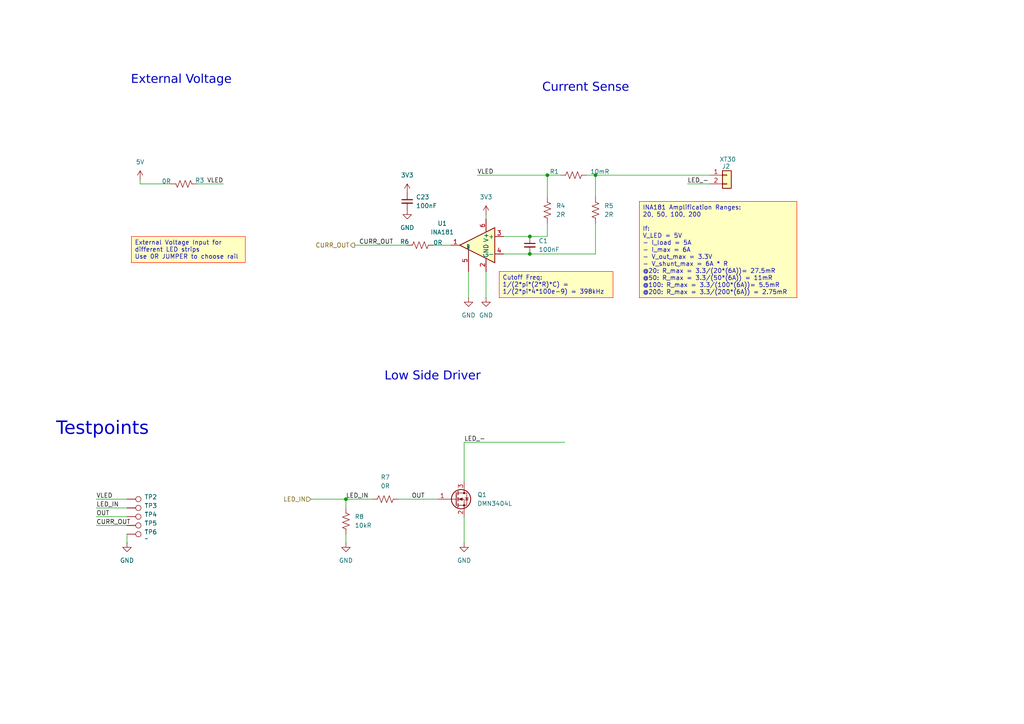
<source format=kicad_sch>
(kicad_sch (version 20231120) (generator "eeschema") (generator_version "8.0")
  (paper "A4")
  (title_block (title "${SHEETNAME}") (date "2024-11-13") (rev "1.2.0") (company "Demeter") (comment 1 "Akshat Doctor"))
  (lib_symbols
    (symbol "Amplifier_Current:INA181" (pin_names (offset 0.127))
      (property "Reference" "U" (at 3.81 3.81 0))
      (property "Value" "INA181" (at 3.81 -2.54 0))
      (symbol "INA181_0_1"
        (polyline (pts (xy 5.08 0) (xy -5.08 5.08) (xy -5.08 -5.08) (xy 5.08 0)) (stroke (width 0.254)) (fill (type background)))
      )
      (symbol "INA181_1_1"
        (pin output line (at 7.62 0 180) (length 2.54) (name "~") (number "1"))
        (pin power_in line (at -2.54 -7.62 90) (length 3.81) (name "GND") (number "2"))
        (pin input line (at -7.62 2.54 0) (length 2.54) (name "+") (number "3"))
        (pin input line (at -7.62 -2.54 0) (length 2.54) (name "-") (number "4"))
        (pin input line (at 2.54 -7.62 90) (length 6.35) (name "REF") (number "5"))
        (pin power_in line (at -2.54 7.62 270) (length 3.81) (name "V+") (number "6"))
      )
    )
    (symbol "Connector:TestPoint" (pin_numbers hide) (pin_names (offset 0.762) hide)
      (property "Reference" "TP" (at 0 6.858 0))
      (property "Value" "TestPoint" (at 0 5.08 0))
      (symbol "TestPoint_0_1"
        (circle (center 0 3.302) (radius 0.762))
      )
      (symbol "TestPoint_1_1"
        (pin passive line (at 0 0 90) (length 2.54) (name "1") (number "1"))
      )
    )
    (symbol "Connector_Generic:Conn_01x02" (pin_names (offset 1.016) hide)
      (property "Reference" "J" (at 0 2.54 0))
      (property "Value" "Conn_01x02" (at 0 -5.08 0))
      (symbol "Conn_01x02_1_1"
        (rectangle (start -1.27 -2.413) (end 0 -2.667) (stroke (width 0.1524)))
        (rectangle (start -1.27 0.127) (end 0 -0.127) (stroke (width 0.1524)))
        (rectangle (start -1.27 1.27) (end 1.27 -3.81) (stroke (width 0.254)) (fill (type background)))
        (pin passive line (at -5.08 0 0) (length 3.81) (name "Pin_1") (number "1"))
        (pin passive line (at -5.08 -2.54 0) (length 3.81) (name "Pin_2") (number "2"))
      )
    )
    (symbol "Device:C_Small" (pin_numbers hide) (pin_names (offset 0.254) hide)
      (property "Reference" "C" (at 0.254 1.778 0))
      (property "Value" "C_Small" (at 0.254 -2.032 0))
      (symbol "C_Small_0_1"
        (polyline (pts (xy -1.524 -0.508) (xy 1.524 -0.508)) (stroke (width 0.3302)))
        (polyline (pts (xy -1.524 0.508) (xy 1.524 0.508)) (stroke (width 0.3048)))
      )
      (symbol "C_Small_1_1"
        (pin passive line (at 0 2.54 270) (length 2.032) (name "~") (number "1"))
        (pin passive line (at 0 -2.54 90) (length 2.032) (name "~") (number "2"))
      )
    )
    (symbol "Device:R_US" (pin_numbers hide) (pin_names (offset 0))
      (property "Reference" "R" (at 2.54 0 90))
      (property "Value" "R_US" (at -2.54 0 90))
      (symbol "R_US_0_1"
        (polyline (pts (xy 0 -2.286) (xy 0 -2.54)))
        (polyline (pts (xy 0 2.286) (xy 0 2.54)))
        (polyline (pts (xy 0 -0.762) (xy 1.016 -1.143) (xy 0 -1.524) (xy -1.016 -1.905) (xy 0 -2.286)))
        (polyline (pts (xy 0 0.762) (xy 1.016 0.381) (xy 0 0) (xy -1.016 -0.381) (xy 0 -0.762)))
        (polyline (pts (xy 0 2.286) (xy 1.016 1.905) (xy 0 1.524) (xy -1.016 1.143) (xy 0 0.762)))
      )
      (symbol "R_US_1_1"
        (pin passive line (at 0 3.81 270) (length 1.27) (name "~") (number "1"))
        (pin passive line (at 0 -3.81 90) (length 1.27) (name "~") (number "2"))
      )
    )
    (symbol "Transistor_FET:DMN3404L" (pin_names hide)
      (property "Reference" "Q" (at 5.08 1.905 0))
      (property "Value" "DMN3404L" (at 5.08 0 0))
      (symbol "DMN3404L_0_1"
        (polyline (pts (xy 0.254 0) (xy -2.54 0)))
        (polyline (pts (xy 0.254 1.905) (xy 0.254 -1.905)) (stroke (width 0.254)))
        (polyline (pts (xy 0.762 -1.27) (xy 0.762 -2.286)) (stroke (width 0.254)))
        (polyline (pts (xy 0.762 0.508) (xy 0.762 -0.508)) (stroke (width 0.254)))
        (polyline (pts (xy 0.762 2.286) (xy 0.762 1.27)) (stroke (width 0.254)))
        (polyline (pts (xy 2.54 2.54) (xy 2.54 1.778)))
        (polyline (pts (xy 2.54 -2.54) (xy 2.54 0) (xy 0.762 0)))
        (polyline (pts (xy 0.762 -1.778) (xy 3.302 -1.778) (xy 3.302 1.778) (xy 0.762 1.778)))
        (polyline (pts (xy 1.016 0) (xy 2.032 0.381) (xy 2.032 -0.381) (xy 1.016 0)) (fill (type outline)))
        (polyline (pts (xy 2.794 0.508) (xy 2.921 0.381) (xy 3.683 0.381) (xy 3.81 0.254)))
        (polyline (pts (xy 3.302 0.381) (xy 2.921 -0.254) (xy 3.683 -0.254) (xy 3.302 0.381)))
        (circle (center 1.651 0) (radius 2.794) (stroke (width 0.254)))
        (circle (center 2.54 -1.778) (radius 0.254) (fill (type outline)))
        (circle (center 2.54 1.778) (radius 0.254) (fill (type outline)))
      )
      (symbol "DMN3404L_1_1"
        (pin input line (at -5.08 0 0) (length 2.54) (name "G") (number "1"))
        (pin passive line (at 2.54 -5.08 90) (length 2.54) (name "S") (number "2"))
        (pin passive line (at 2.54 5.08 270) (length 2.54) (name "D") (number "3"))
      )
    )
    (symbol "power:GND" (power) (pin_numbers hide) (pin_names (offset 0) hide)
      (property "Value" "GND" (at 0 -3.81 0))
      (symbol "GND_0_1"
        (polyline (pts (xy 0 0) (xy 0 -1.27) (xy 1.27 -1.27) (xy 0 -2.54) (xy -1.27 -1.27) (xy 0 -1.27)))
      )
      (symbol "GND_1_1"
        (pin power_in line (at 0 0 270) (length 0) (name "~") (number "1"))
      )
    )
    (symbol "power:VBUS" (power) (pin_numbers hide) (pin_names (offset 0) hide)
      (property "Value" "VBUS" (at 0 3.556 0))
      (symbol "VBUS_0_1"
        (polyline (pts (xy -0.762 1.27) (xy 0 2.54)))
        (polyline (pts (xy 0 0) (xy 0 2.54)))
        (polyline (pts (xy 0 2.54) (xy 0.762 1.27)))
      )
      (symbol "VBUS_1_1"
        (pin power_in line (at 0 0 90) (length 0) (name "~") (number "1"))
      )
    )
  )
  (junction (at 158.75 50.8))
  (junction (at 100.33 144.78))
  (junction (at 153.67 68.58))
  (junction (at 153.67 73.66))
  (junction (at 172.72 50.8))
  (wire (pts (xy 140.97 78.74) (xy 140.97 86.36)))
  (wire (pts (xy 36.83 154.94) (xy 36.83 157.48)))
  (wire (pts (xy 125.73 71.12) (xy 130.81 71.12)))
  (wire (pts (xy 172.72 50.8) (xy 205.74 50.8)))
  (wire (pts (xy 146.05 73.66) (xy 153.67 73.66)))
  (wire (pts (xy 27.94 149.86) (xy 36.83 149.86)))
  (wire (pts (xy 146.05 68.58) (xy 153.67 68.58)))
  (wire (pts (xy 172.72 50.8) (xy 172.72 57.15)))
  (wire (pts (xy 40.64 52.07) (xy 40.64 53.34)))
  (wire (pts (xy 100.33 144.78) (xy 107.95 144.78)))
  (wire (pts (xy 64.77 53.34) (xy 57.15 53.34)))
  (wire (pts (xy 27.94 144.78) (xy 36.83 144.78)))
  (wire (pts (xy 199.39 53.34) (xy 205.74 53.34)))
  (wire (pts (xy 158.75 64.77) (xy 158.75 68.58)))
  (wire (pts (xy 172.72 73.66) (xy 172.72 64.77)))
  (wire (pts (xy 27.94 152.4) (xy 36.83 152.4)))
  (wire (pts (xy 134.62 128.27) (xy 163.83 128.27)))
  (wire (pts (xy 115.57 144.78) (xy 127 144.78)))
  (wire (pts (xy 140.97 62.23) (xy 140.97 63.5)))
  (wire (pts (xy 100.33 147.32) (xy 100.33 144.78)))
  (wire (pts (xy 102.87 71.12) (xy 118.11 71.12)))
  (wire (pts (xy 158.75 68.58) (xy 153.67 68.58)))
  (wire (pts (xy 170.18 50.8) (xy 172.72 50.8)))
  (wire (pts (xy 153.67 73.66) (xy 172.72 73.66)))
  (wire (pts (xy 27.94 147.32) (xy 36.83 147.32)))
  (wire (pts (xy 158.75 50.8) (xy 162.56 50.8)))
  (wire (pts (xy 158.75 50.8) (xy 158.75 57.15)))
  (wire (pts (xy 134.62 139.7) (xy 134.62 128.27)))
  (wire (pts (xy 49.53 53.34) (xy 40.64 53.34)))
  (wire (pts (xy 90.17 144.78) (xy 100.33 144.78)))
  (wire (pts (xy 134.62 149.86) (xy 134.62 157.48)))
  (wire (pts (xy 138.43 50.8) (xy 158.75 50.8)))
  (wire (pts (xy 135.89 78.74) (xy 135.89 86.36)))
  (wire (pts (xy 100.33 154.94) (xy 100.33 157.48)))
  (text_box "Cutoff Freq:\n1/(2*pi*(2*R)*C) = 1/(2*pi*4*100e-9) = 398kHz" (at 144.78 78.74 0) (size 33.02 7.62) (stroke (width 0) (color 255 0 0 1)) (fill (type color) (color 255 255 194 1)) (effects (font (size 1.27 1.27)) (justify left top)))
  (text_box "INA181 Amplification Ranges:\n20, 50, 100, 200\n\nIf:\nV_LED = 5V\n- I_load = 5A\n- I_max = 6A\n- V_out_max = 3.3V\n- V_shunt_max = 6A * R\n@20: R_max = 3.3/(20*(6A))= 27.5mR\n@50: R_max = 3.3/(50*(6A)) = 11mR\n@100: R_max = 3.3/(100*(6A))= 5.5mR\n@200: R_max = 3.3/(200*(6A)) = 2.75mR\n" (at 185.42 58.42 0) (size 45.72 27.94) (stroke (width 0) (color 255 0 0 1)) (fill (type color) (color 255 255 194 1)) (effects (font (size 1.27 1.27)) (justify left top)))
  (text_box "External Voltage Input for different LED strips\nUse 0R JUMPER to choose rail\n" (at 38.1 68.58 0) (size 33.02 7.62) (stroke (width 0) (color 255 0 0 1)) (fill (type color) (color 255 255 194 1)) (effects (font (size 1.27 1.27)) (justify left top)))
  (text "External Voltage\n" (exclude_from_sim yes) (at 52.578 23.876 0) (effects (font (size 2.54 2.54))))
  (text "Testpoints\n" (at 29.718 125.476 0) (effects (font (size 3.81 3.81))))
  (text "Low Side Driver\n\n" (exclude_from_sim yes) (at 125.476 112.014 0) (effects (font (size 2.54 2.54))))
  (text "Current Sense " (exclude_from_sim yes) (at 170.434 26.162 0) (effects (font (size 2.54 2.54))))
  (label "LED_IN" (at 100.33 144.78 0))
  (label "LED_-" (at 134.62 128.27 0))
  (label "LED_IN" (at 27.94 147.32 0))
  (label "VLED" (at 27.94 144.78 0))
  (label "CURR_OUT" (at 104.14 71.12 0))
  (label "OUT" (at 119.38 144.78 0))
  (label "CURR_OUT" (at 27.94 152.4 0))
  (label "VLED" (at 138.43 50.8 0))
  (label "VLED" (at 64.77 53.34 180))
  (label "LED_-" (at 199.39 53.34 0))
  (label "OUT" (at 27.94 149.86 0))
  (hierarchical_label "LED_IN" (shape input) (at 90.17 144.78 180))
  (hierarchical_label "CURR_OUT" (shape output) (at 102.87 71.12 180))
  (symbol (lib_id "Device:R_US") (at 172.72 60.96 180) (unit 1)
    (property "Reference" "R5" (at 175.26 59.6899 0) (effects (justify right)))
    (property "Value" "2R" (at 175.26 62.2299 0) (effects (justify right)))
    (property "Footprint" "Resistor_SMD:R_0402_1005Metric" (effects (hide yes)))
    (property "Description" "Resistor, US symbol" (effects (hide yes)))
    (property "Part Number" "RC0402FR-072RL " (effects (hide yes)))
    (instances (project "Node Controller" (path "" (reference "R5") (unit 1)) (path "" (reference "R33") (unit 1))))
  )
  (symbol (lib_id "power:GND") (at 135.89 86.36 0) (unit 1)
    (property "Reference" "#PWR08" (effects (hide yes)))
    (property "Value" "GND" (at 135.89 91.44 0))
    (property "Description" "Power symbol creates a global label with name \"GND\" , ground" (effects (hide yes)))
    (instances (project "Node Controller" (path "" (reference "#PWR08") (unit 1)) (path "" (reference "#PWR073") (unit 1))))
  )
  (symbol (lib_id "Connector_Generic:Conn_01x02") (at 210.82 50.8 0) (unit 1)
    (property "Reference" "J2" (at 210.566 48.26 0))
    (property "Value" "XT30" (at 211.074 46.228 0))
    (property "Footprint" "DEMETER_LIB:XT30" (effects (hide yes)))
    (property "Description" "Generic connector, single row, 01x02, script generated (kicad-library-utils/schlib/autogen/connector/)" (effects (hide yes)))
    (property "Part Number" "XT30" (effects (hide yes)))
    (instances (project "Node Controller" (path "" (reference "J2") (unit 1)) (path "" (reference "J8") (unit 1))))
  )
  (symbol (lib_id "Amplifier_Current:INA181") (at 138.43 71.12 0) (mirror y) (unit 1)
    (property "Reference" "U1" (at 128.27 64.8014 0))
    (property "Value" "INA181" (at 128.27 67.3414 0))
    (property "Footprint" "Package_TO_SOT_SMD:SOT-23-6" (effects (hide yes)))
    (property "Datasheet" "http://www.ti.com/lit/ds/symlink/ina181.pdf" (effects (hide yes)))
    (property "Description" "Bidirectional, Low- and High-Side Voltage Output, Current-Sense Amplifier, SOT-23-6" (effects (hide yes)))
    (property "Part Number" "INA181A3IDBV" (effects (hide yes)))
    (instances (project "Node Controller" (path "" (reference "U1") (unit 1)) (path "" (reference "U6") (unit 1))))
  )
  (symbol (lib_id "Connector:TestPoint") (at 36.83 152.4 270) (unit 1)
    (property "Reference" "TP5" (at 41.91 151.7649 90) (effects (justify left)))
    (property "Value" "~" (at 41.91 153.67 90) (effects (justify left)))
    (property "Footprint" "TestPoint:TestPoint_Pad_D1.0mm" (effects (hide yes)))
    (property "Description" "test point" (effects (hide yes)))
    (instances (project "Node Controller" (path "" (reference "TP5") (unit 1)) (path "" (reference "TP23") (unit 1))))
  )
  (symbol (lib_id "Device:R_US") (at 166.37 50.8 90) (unit 1)
    (property "Reference" "R1" (at 160.782 49.784 90))
    (property "Value" "10mR" (at 173.99 49.784 90))
    (property "Footprint" "Resistor_SMD:R_0805_2012Metric" (effects (hide yes)))
    (property "Description" "Resistor, US symbol" (effects (hide yes)))
    (property "Part Number" "PA0805FRF870R01L" (effects (hide yes)))
    (instances (project "Node Controller" (path "" (reference "R1") (unit 1)) (path "" (reference "R29") (unit 1))))
  )
  (symbol (lib_id "Device:C_Small") (at 118.11 58.42 0) (unit 1)
    (property "Reference" "C23" (at 120.65 57.1562 0) (effects (justify left)))
    (property "Value" "100nF" (at 120.65 59.6962 0) (effects (justify left)))
    (property "Footprint" "Capacitor_SMD:C_1206_3216Metric" (effects (hide yes)))
    (property "Description" "Unpolarized capacitor, small symbol" (effects (hide yes)))
    (property "Part Number" "CL31B104KCFNNNE" (effects (hide yes)))
    (instances (project "Node Controller" (path "" (reference "C23") (unit 1)) (path "" (reference "C24") (unit 1))))
  )
  (symbol (lib_id "power:VBUS") (at 140.97 62.23 0) (mirror y) (unit 1)
    (property "Reference" "#PWR07" (effects (hide yes)))
    (property "Value" "3V3" (at 140.97 57.15 0))
    (property "Description" "Power symbol creates a global label with name \"VBUS\"" (effects (hide yes)))
    (instances (project "Node Controller" (path "" (reference "#PWR07") (unit 1)) (path "" (reference "#PWR072") (unit 1))))
  )
  (symbol (lib_id "Device:R_US") (at 100.33 151.13 180) (unit 1)
    (property "Reference" "R8" (at 102.87 149.8599 0) (effects (justify right)))
    (property "Value" "10kR" (at 102.87 152.3999 0) (effects (justify right)))
    (property "Footprint" "Resistor_SMD:R_0603_1608Metric" (effects (hide yes)))
    (property "Description" "Resistor, US symbol" (effects (hide yes)))
    (property "Part Number" "RC0603FR-0710KL" (effects (hide yes)))
    (instances (project "Node Controller" (path "" (reference "R8") (unit 1)) (path "" (reference "R36") (unit 1))))
  )
  (symbol (lib_id "Connector:TestPoint") (at 36.83 144.78 270) (unit 1)
    (property "Reference" "TP2" (at 41.91 144.1449 90) (effects (justify left)))
    (property "Value" "~" (at 41.91 146.05 90) (effects (justify left)))
    (property "Footprint" "TestPoint:TestPoint_Pad_D1.0mm" (effects (hide yes)))
    (property "Description" "test point" (effects (hide yes)))
    (instances (project "Node Controller" (path "" (reference "TP2") (unit 1)) (path "" (reference "TP20") (unit 1))))
  )
  (symbol (lib_id "Connector:TestPoint") (at 36.83 147.32 270) (unit 1)
    (property "Reference" "TP3" (at 41.91 146.6849 90) (effects (justify left)))
    (property "Value" "~" (at 41.91 148.59 90) (effects (justify left)))
    (property "Footprint" "TestPoint:TestPoint_Pad_D1.0mm" (effects (hide yes)))
    (property "Description" "test point" (effects (hide yes)))
    (instances (project "Node Controller" (path "" (reference "TP3") (unit 1)) (path "" (reference "TP21") (unit 1))))
  )
  (symbol (lib_id "power:GND") (at 140.97 86.36 0) (unit 1)
    (property "Reference" "#PWR09" (effects (hide yes)))
    (property "Value" "GND" (at 140.97 91.44 0))
    (property "Description" "Power symbol creates a global label with name \"GND\" , ground" (effects (hide yes)))
    (instances (project "Node Controller" (path "" (reference "#PWR09") (unit 1)) (path "" (reference "#PWR074") (unit 1))))
  )
  (symbol (lib_id "power:GND") (at 36.83 157.48 0) (mirror y) (unit 1)
    (property "Reference" "#PWR018" (effects (hide yes)))
    (property "Value" "GND" (at 36.83 162.56 0))
    (property "Description" "Power symbol creates a global label with name \"GND\" , ground" (effects (hide yes)))
    (instances (project "Node Controller" (path "" (reference "#PWR018") (unit 1)) (path "" (reference "#PWR083") (unit 1))))
  )
  (symbol (lib_id "Device:R_US") (at 53.34 53.34 90) (mirror x) (unit 1)
    (property "Reference" "R3" (at 57.912 52.324 90))
    (property "Value" "0R" (at 48.26 52.578 90))
    (property "Footprint" "Resistor_SMD:R_0603_1608Metric" (effects (hide yes)))
    (property "Description" "Resistor, US symbol" (effects (hide yes)))
    (property "Part Number" "RC0603FR-070RL" (effects (hide yes)))
    (instances (project "Node Controller" (path "" (reference "R3") (unit 1)) (path "" (reference "R31") (unit 1))))
  )
  (symbol (lib_id "power:GND") (at 100.33 157.48 0) (unit 1)
    (property "Reference" "#PWR012" (effects (hide yes)))
    (property "Value" "GND" (at 100.33 162.56 0))
    (property "Description" "Power symbol creates a global label with name \"GND\" , ground" (effects (hide yes)))
    (instances (project "Node Controller" (path "" (reference "#PWR012") (unit 1)) (path "" (reference "#PWR077") (unit 1))))
  )
  (symbol (lib_id "power:VBUS") (at 118.11 55.88 0) (mirror y) (unit 1)
    (property "Reference" "#PWR04" (effects (hide yes)))
    (property "Value" "3V3" (at 118.11 50.8 0))
    (property "Description" "Power symbol creates a global label with name \"VBUS\"" (effects (hide yes)))
    (instances (project "Node Controller" (path "" (reference "#PWR04") (unit 1)) (path "" (reference "#PWR06") (unit 1))))
  )
  (symbol (lib_id "Connector:TestPoint") (at 36.83 149.86 270) (unit 1)
    (property "Reference" "TP4" (at 41.91 149.2249 90) (effects (justify left)))
    (property "Value" "~" (at 41.91 151.13 90) (effects (justify left)))
    (property "Footprint" "TestPoint:TestPoint_Pad_D1.0mm" (effects (hide yes)))
    (property "Description" "test point" (effects (hide yes)))
    (instances (project "Node Controller" (path "" (reference "TP4") (unit 1)) (path "" (reference "TP22") (unit 1))))
  )
  (symbol (lib_id "Transistor_FET:DMN3404L") (at 132.08 144.78 0) (unit 1)
    (property "Reference" "Q1" (at 138.43 143.5099 0) (effects (justify left)))
    (property "Value" "DMN3404L" (at 138.43 146.0499 0) (effects (justify left)))
    (property "Footprint" "Package_TO_SOT_SMD:SOT-23" (effects (hide yes)))
    (property "Datasheet" "http://www.diodes.com/assets/Datasheets/ds31787.pdf" (effects (hide yes)))
    (property "Description" "5.8A Id, 30V Vds, N-Channel MOSFET, SOT-23" (effects (hide yes)))
    (property "Part Number" "DMN3404L" (effects (hide yes)))
    (instances (project "Node Controller" (path "" (reference "Q1") (unit 1)) (path "" (reference "Q7") (unit 1))))
  )
  (symbol (lib_id "power:GND") (at 134.62 157.48 0) (unit 1)
    (property "Reference" "#PWR013" (effects (hide yes)))
    (property "Value" "GND" (at 134.62 162.56 0))
    (property "Description" "Power symbol creates a global label with name \"GND\" , ground" (effects (hide yes)))
    (instances (project "Node Controller" (path "" (reference "#PWR013") (unit 1)) (path "" (reference "#PWR078") (unit 1))))
  )
  (symbol (lib_id "power:GND") (at 118.11 60.96 0) (unit 1)
    (property "Reference" "#PWR017" (effects (hide yes)))
    (property "Value" "GND" (at 118.11 66.04 0))
    (property "Description" "Power symbol creates a global label with name \"GND\" , ground" (effects (hide yes)))
    (instances (project "Node Controller" (path "" (reference "#PWR017") (unit 1)) (path "" (reference "#PWR067") (unit 1))))
  )
  (symbol (lib_id "Device:R_US") (at 121.92 71.12 270) (unit 1)
    (property "Reference" "R6" (at 117.348 70.104 90))
    (property "Value" "0R" (at 127 70.358 90))
    (property "Footprint" "Resistor_SMD:R_0603_1608Metric" (effects (hide yes)))
    (property "Description" "Resistor, US symbol" (effects (hide yes)))
    (property "Part Number" "RC0603FR-070RL" (effects (hide yes)))
    (instances (project "Node Controller" (path "" (reference "R6") (unit 1)) (path "" (reference "R34") (unit 1))))
  )
  (symbol (lib_id "Connector:TestPoint") (at 36.83 154.94 270) (unit 1)
    (property "Reference" "TP6" (at 41.91 154.3049 90) (effects (justify left)))
    (property "Value" "~" (at 41.91 156.21 90) (effects (justify left)))
    (property "Footprint" "TestPoint:TestPoint_Pad_D1.0mm" (effects (hide yes)))
    (property "Description" "test point" (effects (hide yes)))
    (instances (project "Node Controller" (path "" (reference "TP6") (unit 1)) (path "" (reference "TP24") (unit 1))))
  )
  (symbol (lib_id "Device:C_Small") (at 153.67 71.12 0) (unit 1)
    (property "Reference" "C1" (at 156.21 69.8562 0) (effects (justify left)))
    (property "Value" "100nF" (at 156.21 72.3962 0) (effects (justify left)))
    (property "Footprint" "Capacitor_SMD:C_0603_1608Metric" (effects (hide yes)))
    (property "Description" "Unpolarized capacitor, small symbol" (effects (hide yes)))
    (property "Part Number" "CL31B104KCFNNNE" (effects (hide yes)))
    (instances (project "Node Controller" (path "" (reference "C1") (unit 1)) (path "" (reference "C5") (unit 1))))
  )
  (symbol (lib_id "Device:R_US") (at 158.75 60.96 180) (unit 1)
    (property "Reference" "R4" (at 161.29 59.6899 0) (effects (justify right)))
    (property "Value" "2R" (at 161.29 62.2299 0) (effects (justify right)))
    (property "Footprint" "Resistor_SMD:R_0402_1005Metric" (effects (hide yes)))
    (property "Description" "Resistor, US symbol" (effects (hide yes)))
    (property "Part Number" "RC0402FR-072RL " (effects (hide yes)))
    (instances (project "Node Controller" (path "" (reference "R4") (unit 1)) (path "" (reference "R32") (unit 1))))
  )
  (symbol (lib_id "Device:R_US") (at 111.76 144.78 90) (unit 1)
    (property "Reference" "R7" (at 111.76 138.43 90))
    (property "Value" "0R" (at 111.76 140.97 90))
    (property "Footprint" "Resistor_SMD:R_0603_1608Metric" (effects (hide yes)))
    (property "Description" "Resistor, US symbol" (effects (hide yes)))
    (property "Part Number" "RC0603FR-070RL" (effects (hide yes)))
    (instances (project "Node Controller" (path "" (reference "R7") (unit 1)) (path "" (reference "R35") (unit 1))))
  )
  (symbol (lib_id "power:VBUS") (at 40.64 52.07 0) (unit 1)
    (property "Reference" "#PWR03" (effects (hide yes)))
    (property "Value" "5V" (at 40.64 46.99 0))
    (property "Description" "Power symbol creates a global label with name \"VBUS\"" (effects (hide yes)))
    (instances (project "Node Controller" (path "" (reference "#PWR03") (unit 1)) (path "" (reference "#PWR068") (unit 1))))
  )
)
</source>
